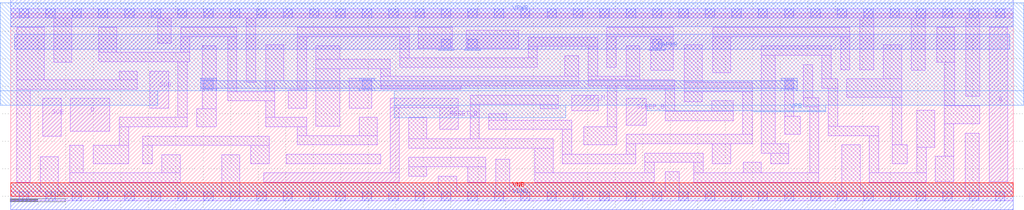
<source format=lef>
# Copyright 2020 The SkyWater PDK Authors
#
# Licensed under the Apache License, Version 2.0 (the "License");
# you may not use this file except in compliance with the License.
# You may obtain a copy of the License at
#
#     https://www.apache.org/licenses/LICENSE-2.0
#
# Unless required by applicable law or agreed to in writing, software
# distributed under the License is distributed on an "AS IS" BASIS,
# WITHOUT WARRANTIES OR CONDITIONS OF ANY KIND, either express or implied.
# See the License for the specific language governing permissions and
# limitations under the License.
#
# SPDX-License-Identifier: Apache-2.0

VERSION 5.7 ;
  NOWIREEXTENSIONATPIN ON ;
  DIVIDERCHAR "/" ;
  BUSBITCHARS "[]" ;
MACRO sky130_fd_sc_lp__srsdfrtn_1
  CLASS CORE ;
  FOREIGN sky130_fd_sc_lp__srsdfrtn_1 ;
  ORIGIN  0.000000  0.000000 ;
  SIZE  18.24000 BY  3.330000 ;
  SYMMETRY X Y R90 ;
  SITE unit ;
  PIN D
    ANTENNAGATEAREA  0.159000 ;
    DIRECTION INPUT ;
    USE SIGNAL ;
    PORT
      LAYER li1 ;
        RECT 1.085000 1.180000 1.805000 1.780000 ;
    END
  END D
  PIN Q
    ANTENNADIFFAREA  0.585900 ;
    DIRECTION OUTPUT ;
    USE SIGNAL ;
    PORT
      LAYER li1 ;
        RECT 17.795000 0.265000 18.135000 3.075000 ;
    END
  END Q
  PIN RESET_B
    ANTENNAGATEAREA  0.598000 ;
    DIRECTION INPUT ;
    USE SIGNAL ;
    PORT
      LAYER li1 ;
        RECT 4.605000 0.255000 7.070000 0.425000 ;
        RECT 6.900000 0.425000 7.070000 1.610000 ;
        RECT 6.900000 1.610000 8.140000 1.780000 ;
        RECT 7.805000 1.215000 8.140000 1.610000 ;
    END
  END RESET_B
  PIN SCD
    ANTENNAGATEAREA  0.159000 ;
    DIRECTION INPUT ;
    USE SIGNAL ;
    PORT
      LAYER li1 ;
        RECT 2.525000 1.605000 2.870000 2.275000 ;
    END
  END SCD
  PIN SCE
    ANTENNAGATEAREA  0.318000 ;
    DIRECTION INPUT ;
    USE SIGNAL ;
    PORT
      LAYER li1 ;
        RECT 0.585000 1.095000 0.915000 1.780000 ;
    END
  END SCE
  PIN SLEEP_B
    ANTENNAGATEAREA  0.598000 ;
    DIRECTION INPUT ;
    USE SIGNAL ;
    PORT
      LAYER li1 ;
        RECT 11.195000 1.295000 11.560000 1.780000 ;
    END
  END SLEEP_B
  PIN CLK_N
    ANTENNAGATEAREA  0.159000 ;
    DIRECTION INPUT ;
    USE CLOCK ;
    PORT
      LAYER li1 ;
        RECT 10.205000 1.555000 10.685000 1.840000 ;
    END
  END CLK_N
  PIN KAPWR
    DIRECTION INOUT ;
    USE POWER ;
    PORT
      LAYER met1 ;
        RECT  0.070000 2.675000 18.170000 2.945000 ;
        RECT  7.775000 2.660000  8.065000 2.675000 ;
        RECT  8.255000 2.660000  8.545000 2.675000 ;
        RECT 11.615000 2.660000 11.905000 2.675000 ;
    END
  END KAPWR
  PIN VGND
    DIRECTION INOUT ;
    USE GROUND ;
    PORT
      LAYER met1 ;
        RECT 0.000000 -0.245000 18.240000 0.245000 ;
    END
  END VGND
  PIN VNB
    DIRECTION INOUT ;
    USE GROUND ;
    PORT
      LAYER pwell ;
        RECT 0.000000 0.000000 18.240000 0.245000 ;
    END
  END VNB
  PIN VPB
    DIRECTION INOUT ;
    USE POWER ;
    PORT
      LAYER nwell ;
        RECT -0.190000 1.655000  2.670000 1.915000 ;
        RECT -0.190000 1.915000 18.430000 3.520000 ;
        RECT  6.980000 1.430000 10.100000 1.655000 ;
        RECT  6.980000 1.655000 18.430000 1.915000 ;
        RECT 11.580000 1.555000 14.825000 1.655000 ;
        RECT 13.515000 1.535000 14.825000 1.555000 ;
    END
  END VPB
  PIN VPWR
    DIRECTION INOUT ;
    USE POWER ;
    PORT
      LAYER met1 ;
        RECT 0.000000 3.085000 18.240000 3.575000 ;
    END
  END VPWR
  OBS
    LAYER li1 ;
      RECT  0.000000 -0.085000 18.240000 0.085000 ;
      RECT  0.000000  3.245000 18.240000 3.415000 ;
      RECT  0.105000  0.255000  0.355000 1.950000 ;
      RECT  0.105000  1.950000  2.305000 2.120000 ;
      RECT  0.105000  2.120000  0.610000 3.075000 ;
      RECT  0.535000  0.085000  0.865000 0.715000 ;
      RECT  0.780000  2.435000  1.110000 3.245000 ;
      RECT  1.070000  0.255000  3.080000 0.425000 ;
      RECT  1.070000  0.425000  1.320000 0.925000 ;
      RECT  1.500000  0.595000  2.145000 0.925000 ;
      RECT  1.600000  2.445000  3.260000 2.615000 ;
      RECT  1.600000  2.615000  1.930000 3.075000 ;
      RECT  1.975000  0.925000  2.145000 1.265000 ;
      RECT  1.975000  1.265000  3.210000 1.435000 ;
      RECT  1.975000  1.945000  2.305000 1.950000 ;
      RECT  1.975000  2.120000  2.305000 2.275000 ;
      RECT  2.400000  0.595000  2.570000 0.925000 ;
      RECT  2.400000  0.925000  4.700000 1.095000 ;
      RECT  2.670000  2.785000  2.920000 3.245000 ;
      RECT  2.750000  0.425000  3.080000 0.755000 ;
      RECT  3.040000  1.435000  3.210000 2.445000 ;
      RECT  3.090000  2.615000  3.260000 2.905000 ;
      RECT  3.090000  2.905000  4.115000 3.075000 ;
      RECT  3.380000  1.265000  3.735000 1.595000 ;
      RECT  3.485000  1.595000  3.735000 2.735000 ;
      RECT  3.835000  0.085000  4.165000 0.755000 ;
      RECT  3.945000  1.735000  4.805000 1.905000 ;
      RECT  3.945000  1.905000  4.115000 2.905000 ;
      RECT  4.285000  2.075000  4.455000 3.245000 ;
      RECT  4.370000  0.595000  4.700000 0.925000 ;
      RECT  4.635000  1.265000  5.380000 1.435000 ;
      RECT  4.635000  1.435000  4.805000 1.735000 ;
      RECT  4.635000  1.905000  4.805000 2.105000 ;
      RECT  4.635000  2.105000  4.965000 2.755000 ;
      RECT  5.015000  0.595000  6.730000 0.765000 ;
      RECT  5.050000  1.605000  5.380000 1.935000 ;
      RECT  5.210000  0.935000  6.670000 1.105000 ;
      RECT  5.210000  1.105000  5.380000 1.265000 ;
      RECT  5.210000  1.935000  5.380000 2.905000 ;
      RECT  5.210000  2.905000  7.245000 3.075000 ;
      RECT  5.550000  1.275000  5.985000 2.320000 ;
      RECT  5.550000  2.320000  6.905000 2.490000 ;
      RECT  5.550000  2.490000  5.985000 2.735000 ;
      RECT  6.155000  1.605000  6.565000 2.150000 ;
      RECT  6.340000  1.105000  6.670000 1.435000 ;
      RECT  6.735000  1.950000  8.185000 2.010000 ;
      RECT  6.735000  2.010000 10.335000 2.180000 ;
      RECT  6.735000  2.180000  6.905000 2.320000 ;
      RECT  7.075000  2.350000  9.580000 2.520000 ;
      RECT  7.075000  2.520000  7.245000 2.905000 ;
      RECT  7.240000  0.365000  7.570000 0.535000 ;
      RECT  7.240000  0.535000  8.645000 0.705000 ;
      RECT  7.240000  0.875000  9.865000 1.045000 ;
      RECT  7.240000  1.045000  7.570000 1.440000 ;
      RECT  7.415000  2.690000  8.035000 3.075000 ;
      RECT  7.780000  0.085000  8.110000 0.365000 ;
      RECT  8.285000  2.690000  9.240000 3.020000 ;
      RECT  8.315000  0.255000  8.645000 0.535000 ;
      RECT  8.355000  1.045000  8.525000 1.670000 ;
      RECT  8.355000  1.670000  9.960000 1.840000 ;
      RECT  8.695000  1.215000 10.205000 1.385000 ;
      RECT  8.695000  1.385000  9.025000 1.500000 ;
      RECT  8.825000  0.085000  9.075000 0.675000 ;
      RECT  9.410000  2.520000  9.580000 2.725000 ;
      RECT  9.410000  2.725000 10.675000 2.895000 ;
      RECT  9.535000  0.255000 11.705000 0.425000 ;
      RECT  9.535000  0.425000  9.865000 0.875000 ;
      RECT  9.630000  1.590000  9.960000 1.670000 ;
      RECT 10.035000  0.595000 11.365000 0.765000 ;
      RECT 10.035000  0.765000 10.205000 1.215000 ;
      RECT 10.080000  2.180000 10.335000 2.555000 ;
      RECT 10.420000  0.935000 11.025000 1.265000 ;
      RECT 10.505000  2.010000 12.080000 2.120000 ;
      RECT 10.505000  2.120000 11.445000 2.180000 ;
      RECT 10.505000  2.180000 10.675000 2.725000 ;
      RECT 10.845000  2.350000 11.015000 2.905000 ;
      RECT 10.845000  2.905000 12.050000 3.075000 ;
      RECT 10.855000  1.265000 11.025000 2.010000 ;
      RECT 11.195000  0.765000 11.365000 0.955000 ;
      RECT 11.195000  0.955000 13.485000 1.125000 ;
      RECT 11.195000  1.950000 12.080000 2.010000 ;
      RECT 11.195000  2.180000 11.445000 2.735000 ;
      RECT 11.535000  0.425000 11.705000 0.615000 ;
      RECT 11.535000  0.615000 12.595000 0.785000 ;
      RECT 11.645000  2.290000 12.050000 2.905000 ;
      RECT 11.910000  0.085000 12.160000 0.445000 ;
      RECT 11.910000  1.375000 13.145000 1.545000 ;
      RECT 11.910000  1.545000 12.080000 1.950000 ;
      RECT 12.250000  1.715000 12.580000 1.905000 ;
      RECT 12.250000  1.905000 13.485000 2.075000 ;
      RECT 12.250000  2.075000 12.580000 2.755000 ;
      RECT 12.425000  0.255000 14.700000 0.425000 ;
      RECT 12.425000  0.425000 12.595000 0.615000 ;
      RECT 12.750000  1.545000 13.145000 1.735000 ;
      RECT 12.765000  0.595000 13.095000 0.955000 ;
      RECT 12.770000  2.245000 13.100000 2.905000 ;
      RECT 12.770000  2.905000 15.265000 3.075000 ;
      RECT 13.315000  1.125000 13.485000 1.905000 ;
      RECT 13.325000  0.425000 13.655000 0.615000 ;
      RECT 13.655000  0.785000 14.155000 0.955000 ;
      RECT 13.655000  0.955000 13.905000 2.565000 ;
      RECT 13.655000  2.565000 14.925000 2.735000 ;
      RECT 13.825000  0.595000 14.155000 0.785000 ;
      RECT 14.075000  1.125000 14.360000 1.455000 ;
      RECT 14.075000  1.455000 14.245000 2.150000 ;
      RECT 14.415000  1.625000 14.700000 1.795000 ;
      RECT 14.415000  1.795000 14.585000 2.395000 ;
      RECT 14.530000  0.425000 14.700000 1.625000 ;
      RECT 14.755000  1.965000 15.040000 2.135000 ;
      RECT 14.755000  2.135000 14.925000 2.565000 ;
      RECT 14.870000  1.105000 15.790000 1.275000 ;
      RECT 14.870000  1.275000 15.040000 1.965000 ;
      RECT 15.095000  2.305000 15.265000 2.905000 ;
      RECT 15.120000  0.085000 15.450000 0.935000 ;
      RECT 15.210000  1.805000 16.205000 2.135000 ;
      RECT 15.445000  2.305000 15.695000 3.245000 ;
      RECT 15.620000  0.255000 16.650000 0.425000 ;
      RECT 15.620000  0.425000 15.790000 1.105000 ;
      RECT 15.875000  2.135000 16.205000 2.755000 ;
      RECT 16.035000  0.595000 16.305000 0.935000 ;
      RECT 16.035000  0.935000 16.205000 1.805000 ;
      RECT 16.385000  2.295000 16.635000 3.245000 ;
      RECT 16.480000  0.425000 16.650000 0.895000 ;
      RECT 16.480000  0.895000 16.810000 1.565000 ;
      RECT 16.820000  0.265000 17.150000 0.725000 ;
      RECT 16.840000  2.435000 17.170000 3.075000 ;
      RECT 16.980000  0.725000 17.150000 1.315000 ;
      RECT 16.980000  1.315000 17.625000 1.645000 ;
      RECT 16.980000  1.645000 17.170000 2.435000 ;
      RECT 17.365000  0.085000 17.615000 1.145000 ;
      RECT 17.375000  1.815000 17.625000 3.245000 ;
    LAYER mcon ;
      RECT  0.155000 -0.085000  0.325000 0.085000 ;
      RECT  0.155000  3.245000  0.325000 3.415000 ;
      RECT  0.635000 -0.085000  0.805000 0.085000 ;
      RECT  0.635000  3.245000  0.805000 3.415000 ;
      RECT  1.115000 -0.085000  1.285000 0.085000 ;
      RECT  1.115000  3.245000  1.285000 3.415000 ;
      RECT  1.595000 -0.085000  1.765000 0.085000 ;
      RECT  1.595000  3.245000  1.765000 3.415000 ;
      RECT  2.075000 -0.085000  2.245000 0.085000 ;
      RECT  2.075000  3.245000  2.245000 3.415000 ;
      RECT  2.555000 -0.085000  2.725000 0.085000 ;
      RECT  2.555000  3.245000  2.725000 3.415000 ;
      RECT  3.035000 -0.085000  3.205000 0.085000 ;
      RECT  3.035000  3.245000  3.205000 3.415000 ;
      RECT  3.515000 -0.085000  3.685000 0.085000 ;
      RECT  3.515000  1.950000  3.685000 2.120000 ;
      RECT  3.515000  3.245000  3.685000 3.415000 ;
      RECT  3.995000 -0.085000  4.165000 0.085000 ;
      RECT  3.995000  3.245000  4.165000 3.415000 ;
      RECT  4.475000 -0.085000  4.645000 0.085000 ;
      RECT  4.475000  3.245000  4.645000 3.415000 ;
      RECT  4.955000 -0.085000  5.125000 0.085000 ;
      RECT  4.955000  3.245000  5.125000 3.415000 ;
      RECT  5.435000 -0.085000  5.605000 0.085000 ;
      RECT  5.435000  3.245000  5.605000 3.415000 ;
      RECT  5.915000 -0.085000  6.085000 0.085000 ;
      RECT  5.915000  3.245000  6.085000 3.415000 ;
      RECT  6.395000 -0.085000  6.565000 0.085000 ;
      RECT  6.395000  1.950000  6.565000 2.120000 ;
      RECT  6.395000  3.245000  6.565000 3.415000 ;
      RECT  6.875000 -0.085000  7.045000 0.085000 ;
      RECT  6.875000  3.245000  7.045000 3.415000 ;
      RECT  7.355000 -0.085000  7.525000 0.085000 ;
      RECT  7.355000  3.245000  7.525000 3.415000 ;
      RECT  7.835000 -0.085000  8.005000 0.085000 ;
      RECT  7.835000  2.690000  8.005000 2.860000 ;
      RECT  7.835000  3.245000  8.005000 3.415000 ;
      RECT  8.315000 -0.085000  8.485000 0.085000 ;
      RECT  8.315000  2.690000  8.485000 2.860000 ;
      RECT  8.315000  3.245000  8.485000 3.415000 ;
      RECT  8.795000 -0.085000  8.965000 0.085000 ;
      RECT  8.795000  3.245000  8.965000 3.415000 ;
      RECT  9.275000 -0.085000  9.445000 0.085000 ;
      RECT  9.275000  3.245000  9.445000 3.415000 ;
      RECT  9.755000 -0.085000  9.925000 0.085000 ;
      RECT  9.755000  3.245000  9.925000 3.415000 ;
      RECT 10.235000 -0.085000 10.405000 0.085000 ;
      RECT 10.235000  3.245000 10.405000 3.415000 ;
      RECT 10.715000 -0.085000 10.885000 0.085000 ;
      RECT 10.715000  3.245000 10.885000 3.415000 ;
      RECT 11.195000 -0.085000 11.365000 0.085000 ;
      RECT 11.195000  3.245000 11.365000 3.415000 ;
      RECT 11.675000 -0.085000 11.845000 0.085000 ;
      RECT 11.675000  2.690000 11.845000 2.860000 ;
      RECT 11.675000  3.245000 11.845000 3.415000 ;
      RECT 12.155000 -0.085000 12.325000 0.085000 ;
      RECT 12.155000  3.245000 12.325000 3.415000 ;
      RECT 12.635000 -0.085000 12.805000 0.085000 ;
      RECT 12.635000  3.245000 12.805000 3.415000 ;
      RECT 13.115000 -0.085000 13.285000 0.085000 ;
      RECT 13.115000  3.245000 13.285000 3.415000 ;
      RECT 13.595000 -0.085000 13.765000 0.085000 ;
      RECT 13.595000  3.245000 13.765000 3.415000 ;
      RECT 14.075000 -0.085000 14.245000 0.085000 ;
      RECT 14.075000  1.950000 14.245000 2.120000 ;
      RECT 14.075000  3.245000 14.245000 3.415000 ;
      RECT 14.555000 -0.085000 14.725000 0.085000 ;
      RECT 14.555000  3.245000 14.725000 3.415000 ;
      RECT 15.035000 -0.085000 15.205000 0.085000 ;
      RECT 15.035000  3.245000 15.205000 3.415000 ;
      RECT 15.515000 -0.085000 15.685000 0.085000 ;
      RECT 15.515000  3.245000 15.685000 3.415000 ;
      RECT 15.995000 -0.085000 16.165000 0.085000 ;
      RECT 15.995000  3.245000 16.165000 3.415000 ;
      RECT 16.475000 -0.085000 16.645000 0.085000 ;
      RECT 16.475000  3.245000 16.645000 3.415000 ;
      RECT 16.955000 -0.085000 17.125000 0.085000 ;
      RECT 16.955000  3.245000 17.125000 3.415000 ;
      RECT 17.435000 -0.085000 17.605000 0.085000 ;
      RECT 17.435000  3.245000 17.605000 3.415000 ;
      RECT 17.915000 -0.085000 18.085000 0.085000 ;
      RECT 17.915000  3.245000 18.085000 3.415000 ;
    LAYER met1 ;
      RECT  3.455000 1.920000  3.745000 1.965000 ;
      RECT  3.455000 1.965000 14.305000 2.105000 ;
      RECT  3.455000 2.105000  3.745000 2.150000 ;
      RECT  6.335000 1.920000  6.625000 1.965000 ;
      RECT  6.335000 2.105000  6.625000 2.150000 ;
      RECT 14.015000 1.920000 14.305000 1.965000 ;
      RECT 14.015000 2.105000 14.305000 2.150000 ;
  END
END sky130_fd_sc_lp__srsdfrtn_1
END LIBRARY

</source>
